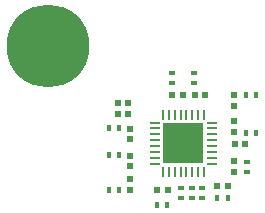
<source format=gtp>
G04*
G04 #@! TF.GenerationSoftware,Altium Limited,Altium Designer,21.0.9 (235)*
G04*
G04 Layer_Color=255*
%FSTAX24Y24*%
%MOIN*%
G70*
G04*
G04 #@! TF.SameCoordinates,2BB606B7-502A-413E-8362-7AFD42C930D0*
G04*
G04*
G04 #@! TF.FilePolarity,Positive*
G04*
G01*
G75*
%ADD13R,0.0201X0.0201*%
%ADD14R,0.0177X0.0217*%
%ADD15R,0.0217X0.0177*%
%ADD16R,0.0201X0.0201*%
%ADD17R,0.1378X0.1378*%
%ADD18O,0.0098X0.0354*%
%ADD19O,0.0354X0.0098*%
%ADD20C,0.2756*%
D13*
X041398Y027953D02*
D03*
X041043D02*
D03*
X043406Y02811D02*
D03*
X043051D02*
D03*
X043642Y029488D02*
D03*
X043996D02*
D03*
X042303Y031142D02*
D03*
X042657D02*
D03*
X041555D02*
D03*
X041909D02*
D03*
X040088Y030862D02*
D03*
X039734D02*
D03*
X040088Y030508D02*
D03*
X039734D02*
D03*
D14*
X04105Y02748D02*
D03*
X04139D02*
D03*
X043058Y027717D02*
D03*
X043398D02*
D03*
X044343Y031142D02*
D03*
X044003D02*
D03*
X044343Y029882D02*
D03*
X044003D02*
D03*
X039436Y027953D02*
D03*
X039776D02*
D03*
X039436Y030032D02*
D03*
X039776D02*
D03*
X039436Y029134D02*
D03*
X039776D02*
D03*
D15*
X042559Y028044D02*
D03*
Y027704D02*
D03*
X042205D02*
D03*
Y028044D02*
D03*
X04185Y027704D02*
D03*
Y028044D02*
D03*
X044055Y02857D02*
D03*
Y02891D02*
D03*
X042283Y031863D02*
D03*
Y031523D02*
D03*
X041535Y031863D02*
D03*
Y031523D02*
D03*
D16*
X043622Y031122D02*
D03*
Y030768D02*
D03*
Y029902D02*
D03*
Y030256D02*
D03*
X0436Y028934D02*
D03*
Y02858D02*
D03*
X040157Y030012D02*
D03*
Y029658D02*
D03*
Y029114D02*
D03*
Y02876D02*
D03*
Y027972D02*
D03*
Y028327D02*
D03*
D17*
X041929Y029528D02*
D03*
D18*
X042618Y028583D02*
D03*
X042421D02*
D03*
X042224D02*
D03*
X042028D02*
D03*
X041831D02*
D03*
X041634D02*
D03*
X041437D02*
D03*
X04124D02*
D03*
Y030472D02*
D03*
X041437D02*
D03*
X041634D02*
D03*
X041831D02*
D03*
X042028D02*
D03*
X042224D02*
D03*
X042421D02*
D03*
X042618D02*
D03*
D19*
X040984Y028839D02*
D03*
Y029035D02*
D03*
Y029232D02*
D03*
Y029429D02*
D03*
Y029626D02*
D03*
Y029823D02*
D03*
Y03002D02*
D03*
Y030217D02*
D03*
X042874D02*
D03*
Y03002D02*
D03*
Y029823D02*
D03*
Y029626D02*
D03*
Y029429D02*
D03*
Y029232D02*
D03*
Y029035D02*
D03*
Y028839D02*
D03*
D20*
X037402Y032776D02*
D03*
M02*

</source>
